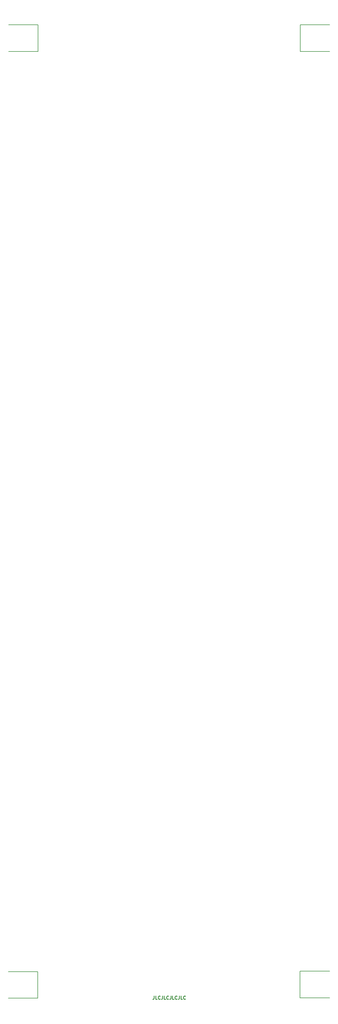
<source format=gbr>
%TF.GenerationSoftware,KiCad,Pcbnew,(6.0.4)*%
%TF.CreationDate,2022-11-13T13:18:27+02:00*%
%TF.ProjectId,pcb_heater_element,7063625f-6865-4617-9465-725f656c656d,rev?*%
%TF.SameCoordinates,Original*%
%TF.FileFunction,Legend,Top*%
%TF.FilePolarity,Positive*%
%FSLAX46Y46*%
G04 Gerber Fmt 4.6, Leading zero omitted, Abs format (unit mm)*
G04 Created by KiCad (PCBNEW (6.0.4)) date 2022-11-13 13:18:27*
%MOMM*%
%LPD*%
G01*
G04 APERTURE LIST*
%ADD10C,0.200000*%
%ADD11C,0.250000*%
G04 APERTURE END LIST*
D10*
X112700000Y-347300000D02*
X121700000Y-347300000D01*
X210700000Y-355300000D02*
X201700000Y-355300000D01*
X121750000Y-59200000D02*
X121750000Y-67300000D01*
X112750000Y-59200000D02*
X121750000Y-59200000D01*
X121700000Y-347300000D02*
X121700000Y-355400000D01*
X121700000Y-355400000D02*
X112700000Y-355400000D01*
X201750000Y-67300000D02*
X201750000Y-59200000D01*
X210750000Y-67300000D02*
X201750000Y-67300000D01*
X201750000Y-59200000D02*
X210750000Y-59200000D01*
X201700000Y-347200000D02*
X210700000Y-347200000D01*
X201700000Y-355300000D02*
X201700000Y-347200000D01*
X121750000Y-67300000D02*
X112750000Y-67300000D01*
D11*
X157130952Y-354702380D02*
X157130952Y-355416666D01*
X157083333Y-355559523D01*
X156988095Y-355654761D01*
X156845238Y-355702380D01*
X156750000Y-355702380D01*
X158083333Y-355702380D02*
X157607142Y-355702380D01*
X157607142Y-354702380D01*
X158988095Y-355607142D02*
X158940476Y-355654761D01*
X158797619Y-355702380D01*
X158702380Y-355702380D01*
X158559523Y-355654761D01*
X158464285Y-355559523D01*
X158416666Y-355464285D01*
X158369047Y-355273809D01*
X158369047Y-355130952D01*
X158416666Y-354940476D01*
X158464285Y-354845238D01*
X158559523Y-354750000D01*
X158702380Y-354702380D01*
X158797619Y-354702380D01*
X158940476Y-354750000D01*
X158988095Y-354797619D01*
X159702380Y-354702380D02*
X159702380Y-355416666D01*
X159654761Y-355559523D01*
X159559523Y-355654761D01*
X159416666Y-355702380D01*
X159321428Y-355702380D01*
X160654761Y-355702380D02*
X160178571Y-355702380D01*
X160178571Y-354702380D01*
X161559523Y-355607142D02*
X161511904Y-355654761D01*
X161369047Y-355702380D01*
X161273809Y-355702380D01*
X161130952Y-355654761D01*
X161035714Y-355559523D01*
X160988095Y-355464285D01*
X160940476Y-355273809D01*
X160940476Y-355130952D01*
X160988095Y-354940476D01*
X161035714Y-354845238D01*
X161130952Y-354750000D01*
X161273809Y-354702380D01*
X161369047Y-354702380D01*
X161511904Y-354750000D01*
X161559523Y-354797619D01*
X162273809Y-354702380D02*
X162273809Y-355416666D01*
X162226190Y-355559523D01*
X162130952Y-355654761D01*
X161988095Y-355702380D01*
X161892857Y-355702380D01*
X163226190Y-355702380D02*
X162750000Y-355702380D01*
X162750000Y-354702380D01*
X164130952Y-355607142D02*
X164083333Y-355654761D01*
X163940476Y-355702380D01*
X163845238Y-355702380D01*
X163702380Y-355654761D01*
X163607142Y-355559523D01*
X163559523Y-355464285D01*
X163511904Y-355273809D01*
X163511904Y-355130952D01*
X163559523Y-354940476D01*
X163607142Y-354845238D01*
X163702380Y-354750000D01*
X163845238Y-354702380D01*
X163940476Y-354702380D01*
X164083333Y-354750000D01*
X164130952Y-354797619D01*
X164845238Y-354702380D02*
X164845238Y-355416666D01*
X164797619Y-355559523D01*
X164702380Y-355654761D01*
X164559523Y-355702380D01*
X164464285Y-355702380D01*
X165797619Y-355702380D02*
X165321428Y-355702380D01*
X165321428Y-354702380D01*
X166702380Y-355607142D02*
X166654761Y-355654761D01*
X166511904Y-355702380D01*
X166416666Y-355702380D01*
X166273809Y-355654761D01*
X166178571Y-355559523D01*
X166130952Y-355464285D01*
X166083333Y-355273809D01*
X166083333Y-355130952D01*
X166130952Y-354940476D01*
X166178571Y-354845238D01*
X166273809Y-354750000D01*
X166416666Y-354702380D01*
X166511904Y-354702380D01*
X166654761Y-354750000D01*
X166702380Y-354797619D01*
M02*

</source>
